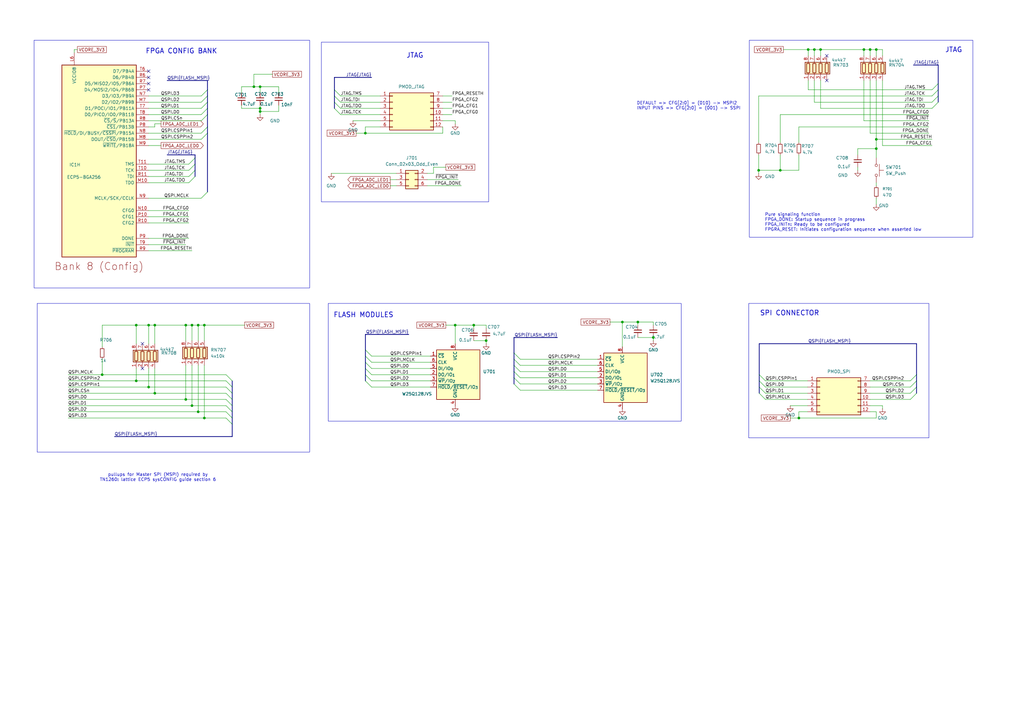
<source format=kicad_sch>
(kicad_sch (version 20250114) (generator "eeschema") (generator_version "9.0")
  (paper "A3")
  (rectangle (start 307.086 124.46) (end 381 179.578))
  (rectangle (start 15.24 124.46) (end 127 185.42))
  (rectangle (start 131.826 17.272) (end 200.406 82.804))
  (rectangle (start 134.62 124.46) (end 279.4 172.72))
  (rectangle (start 13.97 16.51) (end 127 118.11))
  (rectangle (start 307.34 16.51) (end 399.034 97.282))
  (text "JTAG" (at 170.18 22.86 0) (effects (font (size 2 2) (thickness 0.254) (bold yes))))
  (text "DEFAULT => CFG[2:0] = (010) -> MSPI2\nINPUT PINS => CFG[2:0] = (001) -> SSPI" (at 261.112 43.434 0) (effects (font (size 1.27 1.27)) (justify left)))
  (text "Pure signaling function\nFPGA_DONE: Startup sequence in prograss\nFPGA_INITn: Ready to be configured\nFPGRA_RESET: Initiates configuration sequence when asserted low" (at 313.69 91.186 0) (effects (font (size 1.27 1.27)) (justify left)))
  (text "pullups for Master SPI (MSPI) required by\nTN1260: lattice ECP5 sysCONFIG guide section 6" (at 64.77 195.834 0) (effects (font (size 1.27 1.27))))
  (text "FLASH MODULES" (at 149.098 129.286 0) (effects (font (size 2 2) (thickness 0.254) (bold yes))))
  (text "SPI CONNECTOR" (at 323.85 128.524 0) (effects (font (size 2 2) (thickness 0.254) (bold yes))))
  (text "JTAG" (at 391.16 20.574 0) (effects (font (size 2 2) (thickness 0.254) (bold yes))))
  (text "FPGA CONFIG BANK" (at 74.422 21.082 0) (effects (font (size 2 2) (thickness 0.254) (bold yes))))
  (junction (at 81.28 168.91))
  (junction (at 359.41 57.15))
  (junction (at 334.01 20.32))
  (junction (at 106.68 44.45))
  (junction (at 55.88 156.21))
  (junction (at 106.68 45.72))
  (junction (at 63.5 133.35))
  (junction (at 336.55 20.32))
  (junction (at 327.66 171.45))
  (junction (at 81.28 133.35))
  (junction (at 255.27 132.08))
  (junction (at 55.88 133.35))
  (junction (at 76.2 163.83))
  (junction (at 320.04 69.85))
  (junction (at 186.69 133.35))
  (junction (at 104.14 35.56))
  (junction (at 359.41 60.96))
  (junction (at 194.31 133.35))
  (junction (at 60.96 133.35))
  (junction (at 41.91 153.67))
  (junction (at 63.5 161.29))
  (junction (at 356.87 20.32))
  (junction (at 261.62 132.08))
  (junction (at 359.41 20.32))
  (junction (at 267.97 138.43))
  (junction (at 78.74 166.37))
  (junction (at 76.2 133.35))
  (junction (at 83.82 133.35))
  (junction (at 149.86 54.61))
  (junction (at 311.15 69.85))
  (junction (at 106.68 35.56))
  (junction (at 331.47 20.32))
  (junction (at 83.82 171.45))
  (junction (at 354.33 20.32))
  (junction (at 60.96 158.75))
  (junction (at 199.39 139.7))
  (junction (at 78.74 133.35))
  (no_connect (at 339.09 33.02))
  (no_connect (at 60.96 29.21))
  (no_connect (at 60.96 36.83))
  (no_connect (at 339.09 22.86))
  (no_connect (at 58.42 140.97))
  (no_connect (at 60.96 34.29))
  (no_connect (at 60.96 31.75))
  (no_connect (at 58.42 151.13))
  (bus_entry (at 210.82 149.86) (size 2.54 2.54))
  (bus_entry (at 137.16 44.45) (size 2.54 2.54))
  (bus_entry (at 149.86 146.05) (size 2.54 2.54))
  (bus_entry (at 382.27 41.91) (size 2.54 -2.54))
  (bus_entry (at 82.55 81.28) (size 2.54 -2.54))
  (bus_entry (at 213.36 160.02) (size -2.54 -2.54))
  (bus_entry (at 373.38 158.75) (size 2.54 -2.54))
  (bus_entry (at 149.86 153.67) (size 2.54 2.54))
  (bus_entry (at 85.09 39.37) (size -2.54 2.54))
  (bus_entry (at 77.47 69.85) (size 2.54 -2.54))
  (bus_entry (at 149.86 148.59) (size 2.54 2.54))
  (bus_entry (at 152.4 158.75) (size -2.54 -2.54))
  (bus_entry (at 77.47 74.93) (size 2.54 -2.54))
  (bus_entry (at 382.27 36.83) (size 2.54 -2.54))
  (bus_entry (at 95.25 166.37) (size -2.54 -2.54))
  (bus_entry (at 85.09 36.83) (size -2.54 2.54))
  (bus_entry (at 311.404 161.29) (size 2.54 2.54))
  (bus_entry (at 95.25 173.99) (size -2.54 -2.54))
  (bus_entry (at 373.38 156.21) (size 2.54 -2.54))
  (bus_entry (at 137.16 41.91) (size 2.54 2.54))
  (bus_entry (at 375.92 161.29) (size -2.54 2.54))
  (bus_entry (at 149.86 143.51) (size 2.54 2.54))
  (bus_entry (at 210.82 147.32) (size 2.54 2.54))
  (bus_entry (at 311.404 158.75) (size 2.54 2.54))
  (bus_entry (at 95.25 163.83) (size -2.54 -2.54))
  (bus_entry (at 85.09 46.99) (size -2.54 2.54))
  (bus_entry (at 210.82 144.78) (size 2.54 2.54))
  (bus_entry (at 137.16 39.37) (size 2.54 2.54))
  (bus_entry (at 210.82 154.94) (size 2.54 2.54))
  (bus_entry (at 82.55 57.15) (size 2.54 -2.54))
  (bus_entry (at 92.71 156.21) (size 2.54 2.54))
  (bus_entry (at 77.47 67.31) (size 2.54 -2.54))
  (bus_entry (at 210.82 152.4) (size 2.54 2.54))
  (bus_entry (at 137.16 36.83) (size 2.54 2.54))
  (bus_entry (at 82.55 54.61) (size 2.54 -2.54))
  (bus_entry (at 311.404 156.21) (size 2.54 2.54))
  (bus_entry (at 149.86 151.13) (size 2.54 2.54))
  (bus_entry (at 92.71 153.67) (size 2.54 2.54))
  (bus_entry (at 382.27 44.45) (size 2.54 -2.54))
  (bus_entry (at 313.944 156.21) (size -2.54 -2.54))
  (bus_entry (at 77.47 72.39) (size 2.54 -2.54))
  (bus_entry (at 382.27 39.37) (size 2.54 -2.54))
  (bus_entry (at 95.25 168.91) (size -2.54 -2.54))
  (bus_entry (at 85.09 44.45) (size -2.54 2.54))
  (bus_entry (at 95.25 171.45) (size -2.54 -2.54))
  (bus_entry (at 85.09 41.91) (size -2.54 2.54))
  (bus_entry (at 373.38 161.29) (size 2.54 -2.54))
  (bus_entry (at 92.71 158.75) (size 2.54 2.54))
  (wire (pts (xy 213.36 149.86) (xy 245.11 149.86)))
  (wire (pts (xy 149.86 52.07) (xy 149.86 54.61)))
  (wire (pts (xy 106.68 46.99) (xy 106.68 45.72)))
  (wire (pts (xy 336.55 20.32) (xy 354.33 20.32)))
  (bus (pts (xy 95.25 166.37) (xy 95.25 168.91)))
  (wire (pts (xy 359.41 60.96) (xy 359.41 64.77)))
  (bus (pts (xy 80.01 64.77) (xy 80.01 67.31)))
  (wire (pts (xy 313.944 156.21) (xy 331.216 156.21)))
  (wire (pts (xy 78.74 133.35) (xy 78.74 139.7)))
  (bus (pts (xy 95.25 161.29) (xy 95.25 163.83)))
  (wire (pts (xy 334.01 20.32) (xy 331.47 20.32)))
  (wire (pts (xy 152.4 158.75) (xy 176.53 158.75)))
  (wire (pts (xy 361.95 20.32) (xy 361.95 22.86)))
  (wire (pts (xy 327.66 171.45) (xy 359.41 171.45)))
  (wire (pts (xy 104.14 30.48) (xy 104.14 35.56)))
  (wire (pts (xy 81.28 149.86) (xy 81.28 168.91)))
  (wire (pts (xy 359.41 168.91) (xy 359.41 171.45)))
  (wire (pts (xy 327.66 69.85) (xy 327.66 63.5)))
  (bus (pts (xy 85.09 36.83) (xy 85.09 33.02)))
  (bus (pts (xy 85.09 52.07) (xy 85.09 46.99)))
  (wire (pts (xy 160.02 73.66) (xy 162.56 73.66)))
  (wire (pts (xy 351.79 69.85) (xy 351.79 68.58)))
  (wire (pts (xy 311.15 69.85) (xy 320.04 69.85)))
  (wire (pts (xy 336.55 20.32) (xy 334.01 20.32)))
  (wire (pts (xy 181.61 52.07) (xy 181.61 54.61)))
  (wire (pts (xy 213.36 160.02) (xy 245.11 160.02)))
  (wire (pts (xy 261.62 132.08) (xy 267.97 132.08)))
  (wire (pts (xy 60.96 54.61) (xy 82.55 54.61)))
  (wire (pts (xy 60.96 74.93) (xy 77.47 74.93)))
  (wire (pts (xy 60.96 41.91) (xy 82.55 41.91)))
  (bus (pts (xy 85.09 39.37) (xy 85.09 41.91)))
  (wire (pts (xy 139.7 44.45) (xy 155.956 44.45)))
  (wire (pts (xy 144.78 49.53) (xy 155.956 49.53)))
  (wire (pts (xy 114.3 38.1) (xy 114.3 35.56)))
  (bus (pts (xy 210.82 157.48) (xy 210.82 154.94)))
  (wire (pts (xy 30.48 20.32) (xy 31.75 20.32)))
  (wire (pts (xy 356.87 20.32) (xy 359.41 20.32)))
  (wire (pts (xy 60.96 59.69) (xy 66.04 59.69)))
  (wire (pts (xy 60.96 100.33) (xy 76.2 100.33)))
  (wire (pts (xy 181.61 49.53) (xy 186.69 49.53)))
  (wire (pts (xy 27.94 156.21) (xy 55.88 156.21)))
  (bus (pts (xy 95.25 158.75) (xy 95.25 161.29)))
  (wire (pts (xy 60.96 67.31) (xy 77.47 67.31)))
  (wire (pts (xy 41.91 147.32) (xy 41.91 153.67)))
  (wire (pts (xy 185.42 41.91) (xy 181.61 41.91)))
  (wire (pts (xy 152.4 148.59) (xy 176.53 148.59)))
  (wire (pts (xy 324.104 171.45) (xy 327.66 171.45)))
  (wire (pts (xy 106.68 45.72) (xy 114.3 45.72)))
  (wire (pts (xy 185.42 44.45) (xy 181.61 44.45)))
  (wire (pts (xy 359.41 20.32) (xy 361.95 20.32)))
  (bus (pts (xy 375.92 158.75) (xy 375.92 156.21)))
  (bus (pts (xy 311.404 153.67) (xy 311.404 140.97)))
  (wire (pts (xy 361.95 59.69) (xy 382.27 59.69)))
  (wire (pts (xy 311.15 39.37) (xy 382.27 39.37)))
  (bus (pts (xy 384.81 26.67) (xy 384.81 34.29)))
  (bus (pts (xy 210.82 154.94) (xy 210.82 152.4)))
  (wire (pts (xy 320.04 46.99) (xy 320.04 58.42)))
  (wire (pts (xy 60.96 46.99) (xy 82.55 46.99)))
  (wire (pts (xy 41.91 153.67) (xy 92.71 153.67)))
  (wire (pts (xy 60.96 88.9) (xy 77.47 88.9)))
  (wire (pts (xy 177.8 71.12) (xy 175.26 71.12)))
  (wire (pts (xy 99.06 35.56) (xy 99.06 38.1)))
  (wire (pts (xy 334.01 41.91) (xy 382.27 41.91)))
  (wire (pts (xy 261.62 132.08) (xy 261.62 133.35)))
  (wire (pts (xy 356.87 156.21) (xy 373.38 156.21)))
  (wire (pts (xy 83.82 133.35) (xy 100.33 133.35)))
  (wire (pts (xy 60.96 49.53) (xy 82.55 49.53)))
  (wire (pts (xy 146.05 54.61) (xy 149.86 54.61)))
  (bus (pts (xy 384.81 36.83) (xy 384.81 39.37)))
  (bus (pts (xy 137.16 39.37) (xy 137.16 41.91)))
  (wire (pts (xy 60.96 86.36) (xy 77.47 86.36)))
  (bus (pts (xy 95.25 171.45) (xy 95.25 173.99)))
  (bus (pts (xy 46.99 179.07) (xy 95.25 179.07)))
  (bus (pts (xy 384.81 34.29) (xy 384.81 36.83)))
  (wire (pts (xy 106.68 43.18) (xy 106.68 44.45)))
  (wire (pts (xy 152.4 151.13) (xy 176.53 151.13)))
  (bus (pts (xy 85.09 39.37) (xy 85.09 36.83)))
  (bus (pts (xy 384.81 39.37) (xy 384.81 41.91)))
  (wire (pts (xy 149.86 54.61) (xy 181.61 54.61)))
  (wire (pts (xy 331.47 33.02) (xy 331.47 36.83)))
  (wire (pts (xy 27.94 158.75) (xy 60.96 158.75)))
  (wire (pts (xy 139.7 39.37) (xy 155.956 39.37)))
  (bus (pts (xy 137.16 41.91) (xy 137.16 44.45)))
  (wire (pts (xy 63.5 151.13) (xy 63.5 161.29)))
  (bus (pts (xy 85.09 46.99) (xy 85.09 44.45)))
  (wire (pts (xy 194.31 139.7) (xy 199.39 139.7)))
  (bus (pts (xy 149.86 137.16) (xy 149.86 143.51)))
  (wire (pts (xy 76.2 149.86) (xy 76.2 163.83)))
  (wire (pts (xy 261.62 138.43) (xy 267.97 138.43)))
  (bus (pts (xy 80.01 69.85) (xy 80.01 72.39)))
  (wire (pts (xy 359.41 168.91) (xy 356.87 168.91)))
  (wire (pts (xy 30.48 20.32) (xy 30.48 21.59)))
  (wire (pts (xy 83.82 133.35) (xy 83.82 139.7)))
  (bus (pts (xy 85.09 54.61) (xy 85.09 52.07)))
  (wire (pts (xy 41.91 133.35) (xy 55.88 133.35)))
  (wire (pts (xy 55.88 156.21) (xy 92.71 156.21)))
  (bus (pts (xy 68.58 63.5) (xy 80.01 63.5)))
  (wire (pts (xy 351.79 63.5) (xy 351.79 60.96)))
  (wire (pts (xy 152.4 156.21) (xy 176.53 156.21)))
  (bus (pts (xy 152.4 31.75) (xy 137.16 31.75)))
  (wire (pts (xy 99.06 35.56) (xy 104.14 35.56)))
  (wire (pts (xy 359.41 74.93) (xy 359.41 76.2)))
  (wire (pts (xy 63.5 161.29) (xy 92.71 161.29)))
  (wire (pts (xy 331.47 20.32) (xy 331.47 22.86)))
  (bus (pts (xy 149.86 146.05) (xy 149.86 148.59)))
  (bus (pts (xy 375.92 153.67) (xy 375.92 140.97)))
  (wire (pts (xy 356.87 163.83) (xy 373.38 163.83)))
  (wire (pts (xy 78.74 166.37) (xy 92.71 166.37)))
  (wire (pts (xy 83.82 171.45) (xy 92.71 171.45)))
  (bus (pts (xy 85.09 54.61) (xy 85.09 78.74)))
  (wire (pts (xy 114.3 35.56) (xy 106.68 35.56)))
  (wire (pts (xy 60.96 72.39) (xy 77.47 72.39)))
  (bus (pts (xy 210.82 152.4) (xy 210.82 149.86)))
  (wire (pts (xy 334.01 33.02) (xy 334.01 41.91)))
  (wire (pts (xy 199.39 140.97) (xy 199.39 139.7)))
  (wire (pts (xy 336.55 44.45) (xy 382.27 44.45)))
  (bus (pts (xy 210.82 138.43) (xy 228.6 138.43)))
  (wire (pts (xy 359.41 81.28) (xy 359.41 83.82)))
  (bus (pts (xy 311.404 140.97) (xy 375.92 140.97)))
  (wire (pts (xy 27.94 171.45) (xy 83.82 171.45)))
  (wire (pts (xy 60.96 57.15) (xy 82.55 57.15)))
  (bus (pts (xy 210.82 147.32) (xy 210.82 149.86)))
  (wire (pts (xy 354.33 33.02) (xy 354.33 49.53)))
  (wire (pts (xy 356.87 20.32) (xy 356.87 22.86)))
  (wire (pts (xy 63.5 50.8) (xy 63.5 52.07)))
  (bus (pts (xy 210.82 138.43) (xy 210.82 144.78)))
  (bus (pts (xy 375.92 153.67) (xy 375.92 156.21)))
  (wire (pts (xy 76.2 133.35) (xy 78.74 133.35)))
  (wire (pts (xy 331.47 36.83) (xy 382.27 36.83)))
  (wire (pts (xy 55.88 133.35) (xy 55.88 140.97)))
  (wire (pts (xy 27.94 161.29) (xy 63.5 161.29)))
  (wire (pts (xy 83.82 149.86) (xy 83.82 171.45)))
  (wire (pts (xy 27.94 153.67) (xy 41.91 153.67)))
  (wire (pts (xy 60.96 102.87) (xy 78.74 102.87)))
  (wire (pts (xy 336.55 22.86) (xy 336.55 20.32)))
  (wire (pts (xy 139.7 41.91) (xy 155.956 41.91)))
  (wire (pts (xy 27.94 166.37) (xy 78.74 166.37)))
  (bus (pts (xy 68.58 33.02) (xy 85.09 33.02)))
  (wire (pts (xy 354.33 20.32) (xy 356.87 20.32)))
  (wire (pts (xy 114.3 45.72) (xy 114.3 43.18)))
  (wire (pts (xy 60.96 133.35) (xy 60.96 140.97)))
  (wire (pts (xy 213.36 157.48) (xy 245.11 157.48)))
  (wire (pts (xy 186.69 133.35) (xy 186.69 140.97)))
  (wire (pts (xy 361.95 33.02) (xy 361.95 59.69)))
  (wire (pts (xy 356.87 54.61) (xy 381 54.61)))
  (wire (pts (xy 356.87 158.75) (xy 373.38 158.75)))
  (wire (pts (xy 213.36 152.4) (xy 245.11 152.4)))
  (bus (pts (xy 384.81 26.67) (xy 374.65 26.67)))
  (wire (pts (xy 60.96 97.79) (xy 77.47 97.79)))
  (wire (pts (xy 63.5 133.35) (xy 60.96 133.35)))
  (wire (pts (xy 55.88 133.35) (xy 60.96 133.35)))
  (wire (pts (xy 99.06 44.45) (xy 99.06 43.18)))
  (bus (pts (xy 149.86 156.21) (xy 149.86 153.67)))
  (wire (pts (xy 359.41 57.15) (xy 382.27 57.15)))
  (wire (pts (xy 111.76 30.48) (xy 104.14 30.48)))
  (wire (pts (xy 327.66 52.07) (xy 327.66 58.42)))
  (wire (pts (xy 63.5 133.35) (xy 76.2 133.35)))
  (bus (pts (xy 137.16 36.83) (xy 137.16 39.37)))
  (wire (pts (xy 351.79 60.96) (xy 359.41 60.96)))
  (wire (pts (xy 311.15 39.37) (xy 311.15 58.42)))
  (wire (pts (xy 213.36 154.94) (xy 245.11 154.94)))
  (wire (pts (xy 354.33 49.53) (xy 381 49.53)))
  (wire (pts (xy 104.14 35.56) (xy 106.68 35.56)))
  (wire (pts (xy 60.96 151.13) (xy 60.96 158.75)))
  (wire (pts (xy 81.28 133.35) (xy 83.82 133.35)))
  (wire (pts (xy 336.55 33.02) (xy 336.55 44.45)))
  (wire (pts (xy 194.31 134.62) (xy 194.31 133.35)))
  (bus (pts (xy 311.404 158.75) (xy 311.404 161.29)))
  (wire (pts (xy 152.4 153.67) (xy 176.53 153.67)))
  (wire (pts (xy 175.26 73.66) (xy 187.96 73.66)))
  (wire (pts (xy 60.96 158.75) (xy 92.71 158.75)))
  (wire (pts (xy 359.41 57.15) (xy 359.41 60.96)))
  (wire (pts (xy 106.68 38.1) (xy 106.68 35.56)))
  (wire (pts (xy 60.96 91.44) (xy 77.47 91.44)))
  (bus (pts (xy 95.25 163.83) (xy 95.25 166.37)))
  (wire (pts (xy 185.42 39.37) (xy 181.61 39.37)))
  (wire (pts (xy 63.5 52.07) (xy 60.96 52.07)))
  (wire (pts (xy 66.04 50.8) (xy 63.5 50.8)))
  (wire (pts (xy 27.94 163.83) (xy 76.2 163.83)))
  (bus (pts (xy 80.01 63.5) (xy 80.01 64.77)))
  (bus (pts (xy 311.404 158.75) (xy 311.404 156.21)))
  (wire (pts (xy 381 52.07) (xy 327.66 52.07)))
  (wire (pts (xy 186.69 133.35) (xy 182.88 133.35)))
  (bus (pts (xy 80.01 67.31) (xy 80.01 69.85)))
  (bus (pts (xy 375.92 161.29) (xy 375.92 158.75)))
  (wire (pts (xy 199.39 134.62) (xy 199.39 133.35)))
  (wire (pts (xy 334.01 22.86) (xy 334.01 20.32)))
  (bus (pts (xy 149.86 151.13) (xy 149.86 148.59)))
  (wire (pts (xy 186.69 50.8) (xy 186.69 49.53)))
  (wire (pts (xy 76.2 139.7) (xy 76.2 133.35)))
  (wire (pts (xy 354.33 20.32) (xy 354.33 22.86)))
  (bus (pts (xy 149.86 153.67) (xy 149.86 151.13)))
  (wire (pts (xy 81.28 168.91) (xy 92.71 168.91)))
  (wire (pts (xy 324.104 166.37) (xy 331.216 166.37)))
  (wire (pts (xy 321.31 20.32) (xy 331.47 20.32)))
  (wire (pts (xy 381 46.99) (xy 320.04 46.99)))
  (wire (pts (xy 60.96 44.45) (xy 82.55 44.45)))
  (wire (pts (xy 213.36 147.32) (xy 245.11 147.32)))
  (wire (pts (xy 185.42 46.99) (xy 181.61 46.99)))
  (wire (pts (xy 313.944 163.83) (xy 331.216 163.83)))
  (wire (pts (xy 320.04 69.85) (xy 327.66 69.85)))
  (wire (pts (xy 135.89 71.12) (xy 162.56 71.12)))
  (wire (pts (xy 60.96 39.37) (xy 82.55 39.37)))
  (wire (pts (xy 359.41 20.32) (xy 359.41 22.86)))
  (bus (pts (xy 95.25 158.75) (xy 95.25 156.21)))
  (wire (pts (xy 99.06 44.45) (xy 106.68 44.45)))
  (wire (pts (xy 63.5 133.35) (xy 63.5 140.97)))
  (bus (pts (xy 95.25 173.99) (xy 95.25 179.07)))
  (bus (pts (xy 311.404 156.21) (xy 311.404 153.67)))
  (wire (pts (xy 60.96 69.85) (xy 77.47 69.85)))
  (wire (pts (xy 356.87 161.29) (xy 373.38 161.29)))
  (wire (pts (xy 255.27 132.08) (xy 255.27 142.24)))
  (wire (pts (xy 175.26 76.2) (xy 189.23 76.2)))
  (wire (pts (xy 361.95 167.64) (xy 361.95 166.37)))
  (wire (pts (xy 106.68 45.72) (xy 106.68 44.45)))
  (wire (pts (xy 78.74 149.86) (xy 78.74 166.37)))
  (wire (pts (xy 41.91 133.35) (xy 41.91 142.24)))
  (wire (pts (xy 359.41 33.02) (xy 359.41 57.15)))
  (wire (pts (xy 331.216 168.91) (xy 327.66 168.91)))
  (wire (pts (xy 76.2 163.83) (xy 92.71 163.83)))
  (bus (pts (xy 85.09 44.45) (xy 85.09 41.91)))
  (wire (pts (xy 149.86 52.07) (xy 155.956 52.07)))
  (wire (pts (xy 267.97 139.7) (xy 267.97 138.43)))
  (wire (pts (xy 250.19 132.08) (xy 255.27 132.08)))
  (wire (pts (xy 327.66 168.91) (xy 327.66 171.45)))
  (bus (pts (xy 167.64 137.16) (xy 149.86 137.16)))
  (bus (pts (xy 210.82 147.32) (xy 210.82 144.78)))
  (wire (pts (xy 313.944 161.29) (xy 331.216 161.29)))
  (wire (pts (xy 177.8 68.58) (xy 177.8 71.12)))
  (wire (pts (xy 194.31 133.35) (xy 199.39 133.35)))
  (wire (pts (xy 311.15 71.12) (xy 311.15 69.85)))
  (wire (pts (xy 356.87 33.02) (xy 356.87 54.61)))
  (wire (pts (xy 361.95 166.37) (xy 356.87 166.37)))
  (wire (pts (xy 255.27 132.08) (xy 261.62 132.08)))
  (wire (pts (xy 182.88 68.58) (xy 177.8 68.58)))
  (wire (pts (xy 160.02 76.2) (xy 162.56 76.2)))
  (wire (pts (xy 27.94 168.91) (xy 81.28 168.91)))
  (wire (pts (xy 55.88 151.13) (xy 55.88 156.21)))
  (wire (pts (xy 267.97 133.35) (xy 267.97 132.08)))
  (bus (pts (xy 137.16 31.75) (xy 137.16 36.83)))
  (bus (pts (xy 149.86 146.05) (xy 149.86 143.51)))
  (wire (pts (xy 313.944 158.75) (xy 331.216 158.75)))
  (wire (pts (xy 320.04 63.5) (xy 320.04 69.85)))
  (wire (pts (xy 78.74 133.35) (xy 81.28 133.35)))
  (wire (pts (xy 186.69 133.35) (xy 194.31 133.35)))
  (wire (pts (xy 311.15 63.5) (xy 311.15 69.85)))
  (wire (pts (xy 81.28 133.35) (xy 81.28 139.7)))
  (bus (pts (xy 95.25 171.45) (xy 95.25 168.91)))
  (wire (pts (xy 60.96 81.28) (xy 82.55 81.28)))
  (wire (pts (xy 139.7 46.99) (xy 155.956 46.99)))
  (wire (pts (xy 152.4 146.05) (xy 176.53 146.05)))
  (label "FPGA_DONE" (at 381 54.61 180))
  (label "QSPI{FLASH_MSPI}" (at 167.64 137.16 180))
  (label "QSPI.D3" (at 224.79 160.02 0))
  (label "FPGA_CFG2" (at 185.42 41.91 0))
  (label "QSPI.D2" (at 27.94 168.91 0))
  (label "QSPI.MCLK" (at 27.94 153.67 0))
  (label "QSPI.CSPPIn1" (at 66.04 54.61 0))
  (label "FPGA_CFG0" (at 381 46.99 180))
  (label "QSPI{FLASH_MSPI}" (at 46.99 179.07 0))
  (label "FPGA_CFG1" (at 77.47 88.9 180))
  (label "QSPI.CSPPIn2" (at 224.79 147.32 0))
  (label "QSPI{FLASH_MSPI}" (at 331.47 140.97 0))
  (label "JTAG.TDO" (at 139.7 44.45 0))
  (label "QSPI.D1" (at 224.79 154.94 0))
  (label "JTAG.TMS" (at 67.31 67.31 0))
  (label "QSPI.CSPPIn1" (at 160.02 146.05 0))
  (label "JTAG.TCK" (at 370.84 39.37 0))
  (label "FPGA_CFG2" (at 77.47 91.44 180))
  (label "JTAG.TMS" (at 139.7 39.37 0))
  (label "JTAG.TCK" (at 67.31 69.85 0))
  (label "JTAG.TDI" (at 370.84 41.91 0))
  (label "QSPI.CSPPIn2" (at 27.94 156.21 0))
  (label "QSPI.CSPPIn1" (at 313.944 156.21 0))
  (label "QSPI.MCLK" (at 67.31 81.28 0))
  (label "QSPI.MCLK" (at 224.79 149.86 0))
  (label "QSPI.D1" (at 160.02 153.67 0))
  (label "QSPI.D1" (at 313.944 161.29 0))
  (label "QSPI.D0" (at 224.79 152.4 0))
  (label "JTAG{JTAG}" (at 152.4 31.75 180))
  (label "JTAG.TDO" (at 370.84 44.45 0))
  (label "QSPI.D3" (at 160.02 158.75 0))
  (label "JTAG.TDO" (at 67.31 74.93 0))
  (label "QSPI{FLASH_MSPI}" (at 68.58 33.02 0))
  (label "QSPI.D3" (at 73.66 39.37 180))
  (label "QSPI.D2" (at 73.66 41.91 180))
  (label "JTAG.TDI" (at 139.7 41.91 0))
  (label "QSPI.CSn" (at 370.84 158.75 180))
  (label "QSPI.CSPPIn1" (at 27.94 158.75 0))
  (label "QSPI.D0" (at 73.66 46.99 180))
  (label "QSPI.D2" (at 370.84 161.29 180))
  (label "QSPI.CSPPIn2" (at 66.04 57.15 0))
  (label "QSPI{FLASH_MSPI}" (at 228.6 138.43 180))
  (label "QSPI.CSn" (at 66.04 49.53 0))
  (label "FPGA_RESETH" (at 382.27 57.15 180))
  (label "FPGA_RESETH" (at 78.74 102.87 180))
  (label "FPGA_CFG2" (at 381 52.07 180))
  (label "FPGA_CFG0" (at 77.47 86.36 180))
  (label "JTAG{JTAG}" (at 374.65 26.67 0))
  (label "QSPI.D2" (at 160.02 156.21 0))
  (label "FPGA_RESETH" (at 185.42 39.37 0))
  (label "JTAG{JTAG}" (at 68.58 63.5 0))
  (label "FPGA_CFG1" (at 185.42 44.45 0))
  (label "QSPI.D3" (at 27.94 171.45 0))
  (label "FPGA_CFG1" (at 382.27 59.69 180))
  (label "QSPI.D0" (at 27.94 163.83 0))
  (label "QSPI.CSPPIn2" (at 370.84 156.21 180))
  (label "FPGA_DONE" (at 189.23 76.2 180))
  (label "~{FPGA_INIT}" (at 76.2 100.33 180))
  (label "QSPI.D0" (at 313.944 158.75 0))
  (label "JTAG.TCK" (at 139.7 46.99 0))
  (label "QSPI.D1" (at 73.66 44.45 180))
  (label "QSPI.D2" (at 224.79 157.48 0))
  (label "QSPI.D0" (at 160.02 151.13 0))
  (label "QSPI.MCLK" (at 160.02 148.59 0))
  (label "QSPI.D3" (at 370.84 163.83 180))
  (label "QSPI.D1" (at 27.94 166.37 0))
  (label "QSPI.CSn" (at 27.94 161.29 0))
  (label "FPGA_CFG0" (at 185.42 46.99 0))
  (label "JTAG.TDI" (at 67.31 72.39 0))
  (label "FPGA_DONE" (at 77.47 97.79 180))
  (label "QSPI.MCLK" (at 313.944 163.83 0))
  (label "~{FPGA_INIT}" (at 381 49.53 180))
  (label "JTAG.TMS" (at 370.84 36.83 0))
  (label "~{FPGA_INIT}" (at 187.96 73.66 180))
  (global_label "FPGA_ADC_LED0" (shape output) (at 66.04 59.69 0) (property "Intersheetrefs" "${INTERSHEET_REFS}" (effects (hide yes))))
  (global_label "FPGA_ADC_LED0" (shape output) (at 160.02 76.2 180) (property "Intersheetrefs" "${INTERSHEET_REFS}" (effects (hide yes))))
  (global_label "VCORE_3V3" (shape passive) (at 321.31 20.32 180) (property "Intersheetrefs" "${INTERSHEET_REFS}" (effects (hide yes))))
  (global_label "VCORE_3V3" (shape passive) (at 182.88 68.58 0) (property "Intersheetrefs" "${INTERSHEET_REFS}" (effects (hide yes))))
  (global_label "FPGA_ADC_LED1" (shape output) (at 160.02 73.66 180) (property "Intersheetrefs" "${INTERSHEET_REFS}" (effects (hide yes))))
  (global_label "VCORE_3V3" (shape passive) (at 100.33 133.35 0) (property "Intersheetrefs" "${INTERSHEET_REFS}" (effects (hide yes))))
  (global_label "VCORE_3V3" (shape passive) (at 111.76 30.48 0) (property "Intersheetrefs" "${INTERSHEET_REFS}" (effects (hide yes))))
  (global_label "VCORE_3V3" (shape passive) (at 31.75 20.32 0) (property "Intersheetrefs" "${INTERSHEET_REFS}" (effects (hide yes))))
  (global_label "VCORE_3V3" (shape passive) (at 324.104 171.45 180) (property "Intersheetrefs" "${INTERSHEET_REFS}" (effects (hide yes))))
  (global_label "VCORE_3V3" (shape passive) (at 182.88 133.35 180) (property "Intersheetrefs" "${INTERSHEET_REFS}" (effects (hide yes))))
  (global_label "FPGA_ADC_LED1" (shape output) (at 66.04 50.8 0) (property "Intersheetrefs" "${INTERSHEET_REFS}" (effects (hide yes))))
  (global_label "VCORE_3V3" (shape passive) (at 250.19 132.08 180) (property "Intersheetrefs" "${INTERSHEET_REFS}" (effects (hide yes))))
  (global_label "VCORE_3V3" (shape passive) (at 146.05 54.61 180) (property "Intersheetrefs" "${INTERSHEET_REFS}" (effects (hide yes))))
  (symbol (lib_id "power:GND") (at 267.97 139.7 0) (unit 1)
    (property "Reference" "#PWR0703" (effects (hide yes)))
    (property "Value" "GND" (at 267.97 143.51 0))
    (property "Description" "Power symbol creates a global label with name \"GND\" , ground" (effects (hide yes)))
  )
  (symbol (lib_id "Device:C_Small") (at 114.3 40.64 0) (mirror y) (unit 1)
    (property "Reference" "C703" (at 116.332 38.608 0) (effects (justify left)))
    (property "Value" "10nF" (at 120.142 42.926 0) (effects (justify left)))
    (property "Footprint" "Capacitor_SMD:C_0201_0603Metric" (effects (hide yes)))
    (property "Datasheet" "https://jlcpcb.com/api/file/downloadByFileSystemAccessId/8589040499521306624" (effects (hide yes)))
    (property "Description" "Unpolarized capacitor, small symbol" (effects (hide yes)))
    (property "LPN" "C285010" (effects (hide yes)))
    (property "MPN" "0201B103K250NT" (effects (hide yes)))
  )
  (symbol (lib_id "Device:C_Small") (at 194.31 137.16 0) (unit 1)
    (property "Reference" "C706" (at 189.23 135.382 0) (effects (justify left)))
    (property "Value" "0.1uF" (at 188.214 139.446 0) (effects (justify left)))
    (property "Footprint" "Capacitor_SMD:C_0201_0603Metric" (effects (hide yes)))
    (property "Datasheet" "https://jlcpcb.com/api/file/downloadByFileSystemAccessId/8603345729432014848" (effects (hide yes)))
    (property "Description" "X7R" (effects (hide yes)))
    (property "LPN" "C22435929" (effects (hide yes)))
    (property "MPN" "CGA0201X7R104K160ET " (effects (hide yes)))
  )
  (symbol (lib_id "Device:C_Small") (at 99.06 40.64 0) (unit 1)
    (property "Reference" "C701" (at 96.266 38.862 0) (effects (justify left)))
    (property "Value" "4.7uF" (at 104.902 42.672 0) (effects (justify right)))
    (property "Footprint" "Capacitor_SMD:C_0402_1005Metric" (effects (hide yes)))
    (property "Datasheet" "https://jlcpcb.com/api/file/downloadByFileSystemAccessId/8579707315714920448" (effects (hide yes)))
    (property "Description" "X5R, 10V" (effects (hide yes)))
    (property "LPN" "C23733" (effects (hide yes)))
    (property "MPN" "CL05A475MP5NRNC" (effects (hide yes)))
  )
  (symbol (lib_id "Device:R_Small") (at 327.66 60.96 180) (unit 1)
    (property "Reference" "R707" (at 331.216 59.944 0))
    (property "Value" "4.7k" (at 331.216 62.484 0))
    (property "Footprint" "Resistor_SMD:R_0402_1005Metric" (effects (hide yes)))
    (property "Description" "Resistor, small symbol" (effects (hide yes)))
    (property "LPN" "C25900" (effects (hide yes)))
    (property "MPN" "0402WGF4701TCE" (effects (hide yes)))
  )
  (symbol (lib_id "Device:R_Pack04") (at 336.55 27.94 0) (unit 1)
    (property "Reference" "RN703" (at 341.63 26.6699 0) (effects (justify left)))
    (property "Value" "4x4k7" (at 346.964 24.638 0) (effects (justify right)))
    (property "Footprint" "Resistor_SMD:R_Array_Convex_4x0603" (effects (hide yes)))
    (property "Datasheet" "https://jlcpcb.com/api/file/downloadByFileSystemAccessId/8579705779295092736" (effects (hide yes)))
    (property "Description" "4 resistor network, parallel topology" (effects (hide yes)))
    (property "LPN" "C1980" (effects (hide yes)))
    (property "MPN" "4D03WGJ0472T5E" (effects (hide yes)))
  )
  (symbol (lib_id "power:GND") (at 359.41 83.82 0) (unit 1)
    (property "Reference" "#PWR0702" (effects (hide yes)))
    (property "Value" "GND" (at 362.458 84.328 0))
    (property "Description" "Power symbol creates a global label with name \"GND\" , ground" (effects (hide yes)))
  )
  (symbol (lib_id "Device:R_Small") (at 359.41 78.74 0) (unit 1)
    (property "Reference" "R701" (at 361.95 77.4699 0) (effects (font (size 1.016 1.016)) (justify left)))
    (property "Value" "470" (at 361.95 80.0099 0) (effects (justify left)))
    (property "Footprint" "Resistor_SMD:R_0402_1005Metric" (effects (hide yes)))
    (property "Datasheet" "https://jlcpcb.com/api/file/downloadByFileSystemAccessId/8579705913233424384" (effects (hide yes)))
    (property "Description" "Resistor, small symbol" (effects (hide yes)))
    (property "MPN" "0402WGF4700TCE" (effects (hide yes)))
    (property "LPN" "C25117" (effects (hide yes)))
  )
  (symbol (lib_id "power:GND") (at 186.69 50.8 0) (unit 1)
    (property "Reference" "#PWR0712" (effects (hide yes)))
    (property "Value" "GND" (at 186.69 54.61 0))
    (property "Description" "Power symbol creates a global label with name \"GND\" , ground" (effects (hide yes)))
  )
  (symbol (lib_id "Device:C_Small") (at 199.39 137.16 0) (unit 1)
    (property "Reference" "C707" (at 199.898 134.112 0) (effects (justify left)))
    (property "Value" "4.7uF" (at 207.518 136.906 0) (effects (justify right)))
    (property "Footprint" "Capacitor_SMD:C_0402_1005Metric" (effects (hide yes)))
    (property "Description" "X5R, 10V" (effects (hide yes)))
    (property "LPN" "C23733" (effects (hide yes)))
    (property "MPN" "CL05A475MP5NRNC" (effects (hide yes)))
  )
  (symbol (lib_id "Device:R_Small") (at 320.04 60.96 0) (unit 1)
    (property "Reference" "R705" (at 321.31 59.69 0) (effects (justify left)))
    (property "Value" "4.7k" (at 321.31 61.976 0) (effects (justify left)))
    (property "Footprint" "Resistor_SMD:R_0402_1005Metric" (effects (hide yes)))
    (property "Description" "Resistor, small symbol" (effects (hide yes)))
    (property "LPN" "C25900" (effects (hide yes)))
    (property "MPN" "0402WGF4701TCE" (effects (hide yes)))
  )
  (symbol (lib_id "Device:R_Pack04") (at 60.96 146.05 0) (unit 1)
    (property "Reference" "RN708" (at 66.04 144.7799 0) (effects (justify left)))
    (property "Value" "4x4k7" (at 65.532 143.256 0) (effects (justify left)))
    (property "Footprint" "Resistor_SMD:R_Array_Convex_4x0603" (effects (hide yes)))
    (property "Datasheet" "https://jlcpcb.com/api/file/downloadByFileSystemAccessId/8579705779295092736" (effects (hide yes)))
    (property "Description" "4 resistor network, parallel topology" (effects (hide yes)))
    (property "LPN" "C1980" (effects (hide yes)))
    (property "MPN" "4D03WGJ0472T5E" (effects (hide yes)))
  )
  (symbol (lib_id "Switch:SW_Push") (at 359.41 69.85 270) (unit 1)
    (property "Reference" "SW701" (at 363.22 68.5799 90) (effects (justify left)))
    (property "Value" "SW_Push" (at 363.22 71.1199 90) (effects (justify left)))
    (property "Footprint" "iw-misc:SW_TS-1088-AR02016" (effects (hide yes)))
    (property "Datasheet" "https://jlcpcb.com/api/file/downloadByFileSystemAccessId/8588886944068096000" (effects (hide yes)))
    (property "Description" "Push button switch, generic, two pins" (effects (hide yes)))
    (property "LPN" "C720477" (effects (hide yes)))
    (property "MPN" "TS-1088-AR02016" (effects (hide yes)))
  )
  (symbol (lib_id "power:GND") (at 199.39 140.97 0) (unit 1)
    (property "Reference" "#PWR0704" (effects (hide yes)))
    (property "Value" "GND" (at 199.39 144.78 0))
    (property "Description" "Power symbol creates a global label with name \"GND\" , ground" (effects (hide yes)))
  )
  (symbol (lib_id "Device:R_Small") (at 41.91 144.78 0) (unit 1)
    (property "Reference" "R706" (at 40.894 139.446 0) (effects (justify left)))
    (property "Value" "1k" (at 42.418 147.828 0))
    (property "Footprint" "Resistor_SMD:R_0402_1005Metric" (effects (hide yes)))
    (property "Datasheet" "https://jlcpcb.com/api/file/downloadByFileSystemAccessId/8579705924167974912" (effects (hide yes)))
    (property "Description" "Resistor, small symbol" (effects (hide yes)))
    (property "LPN" "C11702" (effects (hide yes)))
    (property "MPN" "0402WGF1001TCE" (effects (hide yes)))
  )
  (symbol (lib_id "power:GND") (at 135.89 71.12 0) (unit 1)
    (property "Reference" "#PWR0707" (effects (hide yes)))
    (property "Value" "GND" (at 135.89 76.2 0))
    (property "Description" "Power symbol creates a global label with name \"GND\" , ground" (effects (hide yes)))
  )
  (symbol (lib_id "Device:C_Small") (at 267.97 135.89 0) (unit 1)
    (property "Reference" "C705" (at 268.478 132.842 0) (effects (justify left)))
    (property "Value" "4.7uF" (at 272.796 138.176 0) (effects (justify right)))
    (property "Footprint" "Capacitor_SMD:C_0402_1005Metric" (effects (hide yes)))
    (property "Description" "X5R, 10V" (effects (hide yes)))
    (property "LPN" "C23733" (effects (hide yes)))
    (property "MPN" "CL05A475MP5NRNC" (effects (hide yes)))
  )
  (symbol (lib_id "Device:R_Pack04") (at 359.41 27.94 0) (unit 1)
    (property "Reference" "RN704" (at 364.49 26.6699 0) (effects (justify left)))
    (property "Value" "4x4k7" (at 370.332 24.892 0) (effects (justify right)))
    (property "Footprint" "Resistor_SMD:R_Array_Convex_4x0603" (effects (hide yes)))
    (property "Datasheet" "https://jlcpcb.com/api/file/downloadByFileSystemAccessId/8579705779295092736" (effects (hide yes)))
    (property "Description" "4 resistor network, parallel topology" (effects (hide yes)))
    (property "LPN" "C1980" (effects (hide yes)))
    (property "MPN" "4D03WGJ0472T5E" (effects (hide yes)))
  )
  (symbol (lib_id "power:GND") (at 324.104 166.37 0) (unit 1)
    (property "Reference" "#PWR0709" (effects (hide yes)))
    (property "Value" "GND" (at 324.104 170.18 0))
    (property "Description" "Power symbol creates a global label with name \"GND\" , ground" (effects (hide yes)))
  )
  (symbol (lib_id "power:GND") (at 144.78 49.53 0) (unit 1)
    (property "Reference" "#PWR0711" (effects (hide yes)))
    (property "Value" "GND" (at 144.78 53.34 0))
    (property "Description" "Power symbol creates a global label with name \"GND\" , ground" (effects (hide yes)))
  )
  (symbol (lib_id "Memory_Flash:W25Q128JVS") (at 255.27 154.94 0) (unit 1)
    (property "Reference" "U702" (at 266.7 153.6699 0) (effects (justify left)))
    (property "Value" "W25Q128JVS" (at 266.7 156.2099 0) (effects (justify left)))
    (property "Footprint" "Package_SO:SOIC-8_5.3x5.3mm_P1.27mm" (effects (hide yes)))
    (property "Datasheet" "https://www.winbond.com/resource-files/w25q128jv_dtr%20revc%2003272018%20plus.pdf" (effects (hide yes)))
    (property "Description" "128Mbit / 16MiB Serial Flash Memory, Standard/Dual/Quad SPI, 2.7-3.6V, SOIC-8" (effects (hide yes)))
    (property "LPN" "C113767" (effects (hide yes)))
    (property "MPN" "W25Q128JVSIQ" (effects (hide yes)))
  )
  (symbol (lib_id "power:GND") (at 351.79 69.85 0) (unit 1)
    (property "Reference" "#PWR0713" (effects (hide yes)))
    (property "Value" "GND" (at 345.694 71.882 0))
    (property "Description" "Power symbol creates a global label with name \"GND\" , ground" (effects (hide yes)))
  )
  (symbol (lib_id "iw-connector:PMOD_JTAG") (at 161.036 44.45 0) (unit 1)
    (property "Reference" "J702" (effects (hide yes)))
    (property "Value" "PMOD_JTAG" (at 168.783 35.56 0))
    (property "Footprint" "iw-connector:PMOD_Pinsocket" (effects (hide yes)))
    (property "Datasheet" "https://digilent.com/reference/pmod/pmodlvlshft/reference-manual?srsltid=AfmBOoqiANiskQAMnS7YozrIuBOWGm90IdDctny3tusDvw51BA9ZKx-o" (effects (hide yes)))
    (property "Description" "Generic connector, double row, 02x06, top/bottom pin numbering scheme (row 1: 1...pins_per_row, row2: pins_per_row+1 ... num_pins), script generated (kicad-library-utils/schlib/autogen/connector/)" (effects (hide yes)))
    (property "LPN" "C2897426" (effects (hide yes)))
    (property "MPN" "PM254-2-06-W-8.5 " (effects (hide yes)))
  )
  (symbol (lib_id "power:GND") (at 255.27 167.64 0) (unit 1)
    (property "Reference" "#PWR0706" (effects (hide yes)))
    (property "Value" "GND" (at 255.27 171.45 0))
    (property "Description" "Power symbol creates a global label with name \"GND\" , ground" (effects (hide yes)))
  )
  (symbol (lib_id "power:GND") (at 186.69 166.37 0) (unit 1)
    (property "Reference" "#PWR0705" (effects (hide yes)))
    (property "Value" "GND" (at 186.69 170.18 0))
    (property "Description" "Power symbol creates a global label with name \"GND\" , ground" (effects (hide yes)))
  )
  (symbol (lib_id "Memory_Flash:W25Q128JVS") (at 186.69 153.67 0) (unit 1)
    (property "Reference" "U701" (at 198.12 152.3999 0) (effects (justify left)))
    (property "Value" "W25Q128JVS" (at 164.846 161.544 0) (effects (justify left)))
    (property "Footprint" "Package_SO:SOIC-8_5.3x5.3mm_P1.27mm" (effects (hide yes)))
    (property "Datasheet" "https://www.winbond.com/resource-files/w25q128jv_dtr%20revc%2003272018%20plus.pdf" (effects (hide yes)))
    (property "Description" "128Mbit / 16MiB Serial Flash Memory, Standard/Dual/Quad SPI, 2.7-3.6V, SOIC-8" (effects (hide yes)))
    (property "LPN" "C113767" (effects (hide yes)))
    (property "MPN" "W25Q128JVSIQ" (effects (hide yes)))
  )
  (symbol (lib_id "iw-connector:PMOD_SPI") (at 336.296 161.29 0) (unit 1)
    (property "Reference" "J703" (effects (hide yes)))
    (property "Value" "PMOD_SPI" (at 344.043 152.4 0))
    (property "Footprint" "iw-connector:PMOD_Pinsocket" (effects (hide yes)))
    (property "Datasheet" "https://digilent.com/reference/_media/reference/pmod/pmod-interface-specification-1_2_0.pdf?srsltid=AfmBOopKHC4FcvQWbC5m9vNkmSRxJmXdflho2RgReTmCUlxPX_pEddhL" (effects (hide yes)))
    (property "Description" "Generic connector, double row, 02x06, top/bottom pin numbering scheme (row 1: 1...pins_per_row, row2: pins_per_row+1 ... num_pins), script generated (kicad-library-utils/schlib/autogen/connector/)" (effects (hide yes)))
    (property "LPN" "C2897426" (effects (hide yes)))
    (property "MPN" "PM254-2-06-W-8.5 " (effects (hide yes)))
  )
  (symbol (lib_id "Device:R_Small") (at 311.15 60.96 0) (unit 1)
    (property "Reference" "R704" (at 313.69 59.6899 0) (effects (justify left)))
    (property "Value" "4.7k" (at 313.69 62.2299 0) (effects (justify left)))
    (property "Footprint" "Resistor_SMD:R_0402_1005Metric" (effects (hide yes)))
    (property "Description" "Resistor, small symbol" (effects (hide yes)))
    (property "LPN" "C25900" (effects (hide yes)))
    (property "MPN" "0402WGF4701TCE" (effects (hide yes)))
  )
  (symbol (lib_id "Device:C_Small") (at 351.79 66.04 0) (mirror y) (unit 1)
    (property "Reference" "C708" (at 347.98 64.77 0) (effects (justify left)))
    (property "Value" "0.1uF" (at 348.996 68.326 0) (effects (justify left)))
    (property "Footprint" "Capacitor_SMD:C_0201_0603Metric" (effects (hide yes)))
    (property "Datasheet" "https://jlcpcb.com/api/file/downloadByFileSystemAccessId/8603345729432014848" (effects (hide yes)))
    (property "Description" "Unpolarized capacitor, small symbol" (effects (hide yes)))
    (property "LPN" "C22435929" (effects (hide yes)))
    (property "MPN" "CGA0201X7R104K160ET " (effects (hide yes)))
  )
  (symbol (lib_id "power:GND") (at 106.68 46.99 0) (unit 1)
    (property "Reference" "#PWR0701" (effects (hide yes)))
    (property "Value" "GND" (at 112.776 49.53 0))
    (property "Description" "Power symbol creates a global label with name \"GND\" , ground" (effects (hide yes)))
  )
  (symbol (lib_id "power:GND") (at 311.15 71.12 0) (unit 1)
    (property "Reference" "#PWR0708" (effects (hide yes)))
    (property "Value" "GND" (at 313.69 72.3899 0) (effects (justify left)))
    (property "Description" "Power symbol creates a global label with name \"GND\" , ground" (effects (hide yes)))
  )
  (symbol (lib_id "Device:C_Small") (at 106.68 40.64 0) (unit 1)
    (property "Reference" "C702" (at 104.394 38.608 0) (effects (justify left)))
    (property "Value" "0.1uF" (at 106.68 42.672 0) (effects (justify left)))
    (property "Footprint" "Capacitor_SMD:C_0201_0603Metric" (effects (hide yes)))
    (property "Datasheet" "https://jlcpcb.com/api/file/downloadByFileSystemAccessId/8603345729432014848" (effects (hide yes)))
    (property "Description" "X7R" (effects (hide yes)))
    (property "LPN" "C22435929" (effects (hide yes)))
    (property "MPN" "CGA0201X7R104K160ET " (effects (hide yes)))
  )
  (symbol (lib_id "Device:R_Pack04") (at 81.28 144.78 0) (unit 1)
    (property "Reference" "RN707" (at 86.36 143.5099 0) (effects (justify left)))
    (property "Value" "4x10k" (at 86.36 146.0499 0) (effects (justify left)))
    (property "Footprint" "Resistor_SMD:R_Array_Convex_4x0603" (effects (hide yes)))
    (property "Datasheet" "https://jlcpcb.com/api/file/downloadByFileSystemAccessId/8579705779295092736" (effects (hide yes)))
    (property "Description" "4 resistor network, parallel topology" (effects (hide yes)))
    (property "LPN" "C29718" (effects (hide yes)))
    (property "MPN" "4D03WGJ0103T5E" (effects (hide yes)))
  )
  (symbol (lib_id "iw-fpga_mcu:ECP5-BGA256") (at 40.64 66.04 0) (unit 8)
    (property "Reference" "IC1" (at 33.02 67.564 0) (effects (justify right)))
    (property "Value" "ECP5-BGA256" (at 41.402 72.644 0) (effects (justify right)))
    (property "Footprint" "iw-fpga_mcu:BGA256C80P16X16_1400X1400X170" (effects (hide yes)))
    (property "Datasheet" "https://jlcpcb.com/api/file/downloadByFileSystemAccessId/8588918730680111104" (effects (hide yes)))
    (property "Description" "FPGA - Field Programmable Gate Array ECP5; 12k LUTs; 1.1V" (effects (hide yes)))
    (property "LPN" "C1521614" (effects (hide yes)))
    (property "MPN" "LFE5U-25F-6BG256C " (effects (hide yes)))
  )
  (symbol (lib_id "Connector_Generic:Conn_02x03_Odd_Even") (at 167.64 73.66 0) (unit 1)
    (property "Reference" "J701" (at 168.91 64.77 0))
    (property "Value" "Conn_02x03_Odd_Even" (at 168.91 67.31 0))
    (property "Footprint" "Connector_PinSocket_2.54mm:PinSocket_2x03_P2.54mm_Vertical" (effects (hide yes)))
    (property "Description" "Generic connector, double row, 02x03, odd/even pin numbering scheme (row 1 odd numbers, row 2 even numbers), script generated (kicad-library-utils/schlib/autogen/connector/)" (effects (hide yes)))
  )
  (symbol (lib_id "power:GND") (at 361.95 167.64 0) (unit 1)
    (property "Reference" "#PWR0710" (effects (hide yes)))
    (property "Value" "GND" (at 361.95 171.45 0))
    (property "Description" "Power symbol creates a global label with name \"GND\" , ground" (effects (hide yes)))
  )
  (symbol (lib_id "Device:C_Small") (at 261.62 135.89 0) (unit 1)
    (property "Reference" "C704" (at 256.54 134.112 0) (effects (justify left)))
    (property "Value" "0.1uF" (at 255.524 138.176 0) (effects (justify left)))
    (property "Footprint" "Capacitor_SMD:C_0201_0603Metric" (effects (hide yes)))
    (property "Datasheet" "https://jlcpcb.com/api/file/downloadByFileSystemAccessId/8603345729432014848" (effects (hide yes)))
    (property "Description" "X7R" (effects (hide yes)))
    (property "LPN" "C22435929" (effects (hide yes)))
    (property "MPN" "CGA0201X7R104K160ET " (effects (hide yes)))
  )
)
</source>
